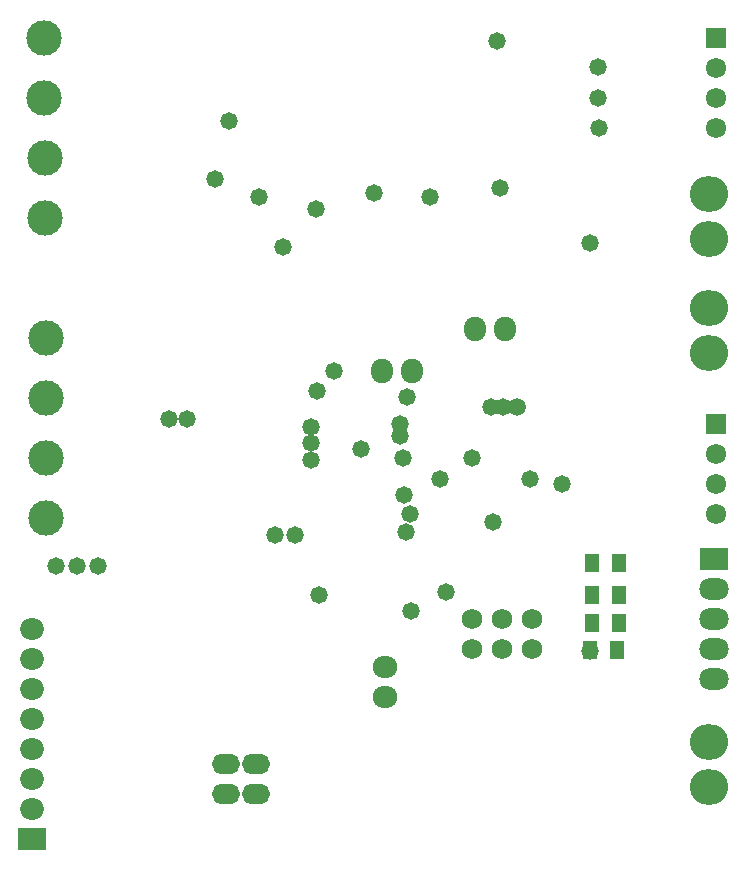
<source format=gbs>
G04*
G04 #@! TF.GenerationSoftware,Altium Limited,Altium Designer,20.1.7 (139)*
G04*
G04 Layer_Color=16711935*
%FSTAX24Y24*%
%MOIN*%
G70*
G04*
G04 #@! TF.SameCoordinates,32A48367-B763-4124-948E-770BFEAF10EB*
G04*
G04*
G04 #@! TF.FilePolarity,Negative*
G04*
G01*
G75*
%ADD40R,0.0474X0.0630*%
%ADD44C,0.0592*%
%ADD45C,0.0680*%
%ADD46O,0.0940X0.0680*%
%ADD47C,0.1180*%
%ADD48O,0.1280X0.1180*%
%ADD49C,0.0678*%
%ADD50R,0.0678X0.0678*%
%ADD51O,0.0830X0.0730*%
%ADD52O,0.0789X0.0730*%
%ADD53R,0.0980X0.0730*%
%ADD54O,0.0980X0.0730*%
%ADD55O,0.0730X0.0830*%
%ADD56C,0.0580*%
D40*
X0297Y02855D02*
D03*
X0306D02*
D03*
X02975Y02945D02*
D03*
X03065D02*
D03*
X02975Y0304D02*
D03*
X03065D02*
D03*
X02975Y03145D02*
D03*
X03065D02*
D03*
D44*
X02725Y03665D02*
D03*
D45*
X02675Y0296D02*
D03*
X02775D02*
D03*
X02575D02*
D03*
X02774Y0286D02*
D03*
X02675D02*
D03*
X02575D02*
D03*
D46*
X01855Y02375D02*
D03*
Y02475D02*
D03*
X01755Y02375D02*
D03*
Y02475D02*
D03*
D47*
X01155Y03895D02*
D03*
X011554Y032946D02*
D03*
X011551Y034949D02*
D03*
X01155Y03695D02*
D03*
X0115Y04895D02*
D03*
X011504Y042946D02*
D03*
X011501Y044949D02*
D03*
X0115Y04695D02*
D03*
D48*
X03365Y024D02*
D03*
Y0255D02*
D03*
Y04375D02*
D03*
Y04225D02*
D03*
Y03995D02*
D03*
Y03845D02*
D03*
D49*
X0339Y0331D02*
D03*
Y0341D02*
D03*
Y0351D02*
D03*
Y04595D02*
D03*
Y04695D02*
D03*
Y04795D02*
D03*
D50*
Y0361D02*
D03*
Y04895D02*
D03*
D51*
X02285Y02801D02*
D03*
Y027D02*
D03*
D52*
X0111Y02925D02*
D03*
Y02725D02*
D03*
Y02525D02*
D03*
Y02425D02*
D03*
Y02325D02*
D03*
Y02625D02*
D03*
Y02825D02*
D03*
D53*
Y02225D02*
D03*
X033804Y0316D02*
D03*
D54*
Y0276D02*
D03*
Y0306D02*
D03*
Y0296D02*
D03*
Y0286D02*
D03*
D55*
X02685Y03925D02*
D03*
X02584D02*
D03*
X02375Y03785D02*
D03*
X02274D02*
D03*
D56*
X0249Y0305D02*
D03*
X02335Y0357D02*
D03*
Y0361D02*
D03*
X0133Y03135D02*
D03*
X0126D02*
D03*
X0119D02*
D03*
X01625Y03625D02*
D03*
X01565D02*
D03*
X0204Y036D02*
D03*
Y03545D02*
D03*
Y0349D02*
D03*
X0264Y036658D02*
D03*
X0268D02*
D03*
X0206Y0372D02*
D03*
X02115Y03785D02*
D03*
X02205Y03525D02*
D03*
X02645Y032818D02*
D03*
X0297Y02853D02*
D03*
X01985Y0324D02*
D03*
X0277Y03425D02*
D03*
X0247D02*
D03*
X02875Y0341D02*
D03*
X02575Y03495D02*
D03*
X023581Y036981D02*
D03*
X02345Y03495D02*
D03*
X0237Y0331D02*
D03*
X0192Y0324D02*
D03*
X023488Y033712D02*
D03*
X02355Y0325D02*
D03*
X02065Y0304D02*
D03*
X023724Y029876D02*
D03*
X02435Y04365D02*
D03*
X0267Y04395D02*
D03*
X03Y04595D02*
D03*
X02995Y04695D02*
D03*
Y048D02*
D03*
X0266Y04885D02*
D03*
X0172Y04425D02*
D03*
X01765Y0462D02*
D03*
X0225Y0438D02*
D03*
X02055Y04325D02*
D03*
X01865Y04365D02*
D03*
X0297Y042135D02*
D03*
X01945Y042D02*
D03*
M02*

</source>
